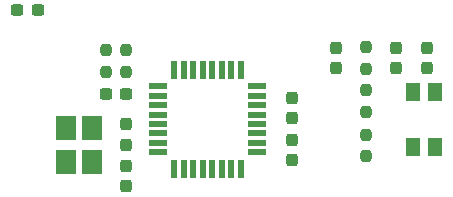
<source format=gtp>
G04 #@! TF.GenerationSoftware,KiCad,Pcbnew,(6.0.11)*
G04 #@! TF.CreationDate,2023-03-04T17:47:10+01:00*
G04 #@! TF.ProjectId,ATMEGA328P_AU_BreadboardAdapter,41544d45-4741-4333-9238-505f41555f42,rev?*
G04 #@! TF.SameCoordinates,Original*
G04 #@! TF.FileFunction,Paste,Top*
G04 #@! TF.FilePolarity,Positive*
%FSLAX46Y46*%
G04 Gerber Fmt 4.6, Leading zero omitted, Abs format (unit mm)*
G04 Created by KiCad (PCBNEW (6.0.11)) date 2023-03-04 17:47:10*
%MOMM*%
%LPD*%
G01*
G04 APERTURE LIST*
G04 Aperture macros list*
%AMRoundRect*
0 Rectangle with rounded corners*
0 $1 Rounding radius*
0 $2 $3 $4 $5 $6 $7 $8 $9 X,Y pos of 4 corners*
0 Add a 4 corners polygon primitive as box body*
4,1,4,$2,$3,$4,$5,$6,$7,$8,$9,$2,$3,0*
0 Add four circle primitives for the rounded corners*
1,1,$1+$1,$2,$3*
1,1,$1+$1,$4,$5*
1,1,$1+$1,$6,$7*
1,1,$1+$1,$8,$9*
0 Add four rect primitives between the rounded corners*
20,1,$1+$1,$2,$3,$4,$5,0*
20,1,$1+$1,$4,$5,$6,$7,0*
20,1,$1+$1,$6,$7,$8,$9,0*
20,1,$1+$1,$8,$9,$2,$3,0*%
G04 Aperture macros list end*
%ADD10RoundRect,0.237500X-0.237500X0.250000X-0.237500X-0.250000X0.237500X-0.250000X0.237500X0.250000X0*%
%ADD11RoundRect,0.237500X0.237500X-0.287500X0.237500X0.287500X-0.237500X0.287500X-0.237500X-0.287500X0*%
%ADD12RoundRect,0.237500X0.237500X-0.300000X0.237500X0.300000X-0.237500X0.300000X-0.237500X-0.300000X0*%
%ADD13R,1.725000X2.100000*%
%ADD14RoundRect,0.237500X-0.237500X0.300000X-0.237500X-0.300000X0.237500X-0.300000X0.237500X0.300000X0*%
%ADD15RoundRect,0.237500X0.237500X-0.250000X0.237500X0.250000X-0.237500X0.250000X-0.237500X-0.250000X0*%
%ADD16RoundRect,0.237500X-0.300000X-0.237500X0.300000X-0.237500X0.300000X0.237500X-0.300000X0.237500X0*%
%ADD17R,1.200000X1.600000*%
%ADD18R,1.500000X0.550000*%
%ADD19R,0.550000X1.500000*%
G04 APERTURE END LIST*
D10*
X188900000Y-81212500D03*
X188900000Y-79387500D03*
D11*
X191500000Y-75800000D03*
X191500000Y-77550000D03*
X194100000Y-75800000D03*
X194100000Y-77550000D03*
D10*
X188900000Y-83187500D03*
X188900000Y-85012500D03*
X188900000Y-75785000D03*
X188900000Y-77610000D03*
D12*
X168600000Y-84012500D03*
X168600000Y-82287500D03*
D13*
X165725000Y-85500000D03*
X165725000Y-82600000D03*
X163550000Y-82600000D03*
X163550000Y-85500000D03*
D14*
X182650000Y-80032500D03*
X182650000Y-81757500D03*
D15*
X166900000Y-77825000D03*
X166900000Y-76000000D03*
D16*
X159387500Y-72600000D03*
X161112500Y-72600000D03*
D17*
X194802500Y-79540500D03*
X194802500Y-84239500D03*
X192918000Y-79540500D03*
X192918000Y-84239500D03*
D14*
X168600000Y-85787500D03*
X168600000Y-87512500D03*
D12*
X182650000Y-85337500D03*
X182650000Y-83612500D03*
D16*
X166887500Y-79750000D03*
X168612500Y-79750000D03*
D18*
X171300000Y-79070000D03*
X171300000Y-79870000D03*
X171300000Y-80670000D03*
X171300000Y-81470000D03*
X171300000Y-82270000D03*
X171300000Y-83070000D03*
X171300000Y-83870000D03*
X171300000Y-84670000D03*
D19*
X172700000Y-86070000D03*
X173500000Y-86070000D03*
X174300000Y-86070000D03*
X175100000Y-86070000D03*
X175900000Y-86070000D03*
X176700000Y-86070000D03*
X177500000Y-86070000D03*
X178300000Y-86070000D03*
D18*
X179700000Y-84670000D03*
X179700000Y-83870000D03*
X179700000Y-83070000D03*
X179700000Y-82270000D03*
X179700000Y-81470000D03*
X179700000Y-80670000D03*
X179700000Y-79870000D03*
X179700000Y-79070000D03*
D19*
X178300000Y-77670000D03*
X177500000Y-77670000D03*
X176700000Y-77670000D03*
X175900000Y-77670000D03*
X175100000Y-77670000D03*
X174300000Y-77670000D03*
X173500000Y-77670000D03*
X172700000Y-77670000D03*
D10*
X168600000Y-76000000D03*
X168600000Y-77825000D03*
D11*
X186350000Y-75800000D03*
X186350000Y-77550000D03*
M02*

</source>
